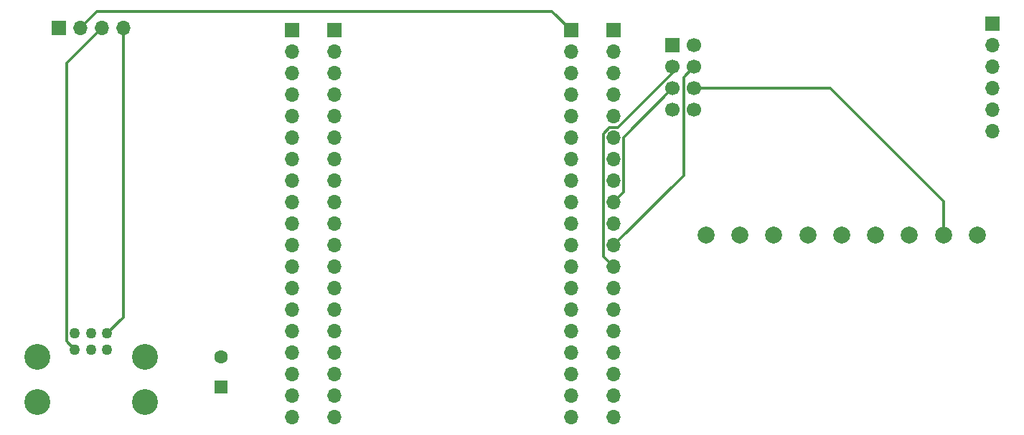
<source format=gbr>
%TF.GenerationSoftware,KiCad,Pcbnew,8.0.2*%
%TF.CreationDate,2024-06-06T15:06:54+02:00*%
%TF.ProjectId,3v radio,33762072-6164-4696-9f2e-6b696361645f,rev?*%
%TF.SameCoordinates,Original*%
%TF.FileFunction,Copper,L2,Bot*%
%TF.FilePolarity,Positive*%
%FSLAX46Y46*%
G04 Gerber Fmt 4.6, Leading zero omitted, Abs format (unit mm)*
G04 Created by KiCad (PCBNEW 8.0.2) date 2024-06-06 15:06:54*
%MOMM*%
%LPD*%
G01*
G04 APERTURE LIST*
%TA.AperFunction,ComponentPad*%
%ADD10C,3.048000*%
%TD*%
%TA.AperFunction,ComponentPad*%
%ADD11C,1.270000*%
%TD*%
%TA.AperFunction,ComponentPad*%
%ADD12R,1.700000X1.700000*%
%TD*%
%TA.AperFunction,ComponentPad*%
%ADD13O,1.700000X1.700000*%
%TD*%
%TA.AperFunction,ComponentPad*%
%ADD14R,1.600000X1.600000*%
%TD*%
%TA.AperFunction,ComponentPad*%
%ADD15C,1.600000*%
%TD*%
%TA.AperFunction,ComponentPad*%
%ADD16C,1.700000*%
%TD*%
%TA.AperFunction,ComponentPad*%
%ADD17C,2.000000*%
%TD*%
%TA.AperFunction,Conductor*%
%ADD18C,0.300000*%
%TD*%
G04 APERTURE END LIST*
D10*
%TO.P,U2,*%
%TO.N,*%
X114728000Y-88901000D03*
X114728000Y-83567000D03*
X102028000Y-88901000D03*
X102028000Y-83567000D03*
D11*
%TO.P,U2,1,VCC_3.3V*%
%TO.N,Net-(ESP32-WROOM-32U1-3.3v)*%
X106473000Y-80773000D03*
%TO.P,U2,2,SCL*%
%TO.N,Net-(Oled_screen1-SCK)*%
X106473000Y-82678000D03*
%TO.P,U2,3,Detect_device*%
%TO.N,unconnected-(U2-Detect_device-Pad3)*%
X108378000Y-80773000D03*
%TO.P,U2,4,NC*%
%TO.N,unconnected-(U2-NC-Pad4)*%
X108378000Y-82678000D03*
%TO.P,U2,5,SDA*%
%TO.N,Net-(ESP32-WROOM-32U1-21)*%
X110283000Y-80773000D03*
%TO.P,U2,6,GND*%
%TO.N,Net-(NRF1-GND)*%
X110283000Y-82678000D03*
%TD*%
D12*
%TO.P,Oled_screen1,1,VCC*%
%TO.N,Net-(ESP32-WROOM-32U1-3.3v)*%
X104578000Y-44626000D03*
D13*
%TO.P,Oled_screen1,2,GND*%
%TO.N,Net-(NRF1-GND)*%
X107118000Y-44626000D03*
%TO.P,Oled_screen1,3,SCK*%
%TO.N,Net-(Oled_screen1-SCK)*%
X109658000Y-44626000D03*
%TO.P,Oled_screen1,4,SDA*%
%TO.N,Net-(ESP32-WROOM-32U1-21)*%
X112198000Y-44626000D03*
%TD*%
D14*
%TO.P,C1,1*%
%TO.N,Net-(ESP32-WROOM-32U1-3.3v)*%
X123698000Y-87066000D03*
D15*
%TO.P,C1,2*%
%TO.N,Net-(NRF1-GND)*%
X123698000Y-83566000D03*
%TD*%
D12*
%TO.P,ESP32-WROOM-32U1,1,3.3v*%
%TO.N,Net-(ESP32-WROOM-32U1-3.3v)*%
X132080000Y-44958000D03*
X137080000Y-44958000D03*
D13*
%TO.P,ESP32-WROOM-32U1,2,EN*%
%TO.N,unconnected-(ESP32-WROOM-32U1-EN-Pad2)*%
X132080000Y-47498000D03*
X137080000Y-47498000D03*
%TO.P,ESP32-WROOM-32U1,3,VP*%
%TO.N,unconnected-(ESP32-WROOM-32U1-VP-Pad3)*%
X132080000Y-50038000D03*
X137080000Y-50038000D03*
%TO.P,ESP32-WROOM-32U1,4,VN*%
%TO.N,unconnected-(ESP32-WROOM-32U1-VN-Pad4)*%
X132080000Y-52578000D03*
X137080000Y-52578000D03*
%TO.P,ESP32-WROOM-32U1,5,34*%
%TO.N,unconnected-(ESP32-WROOM-32U1-34-Pad5)*%
X132080000Y-55118000D03*
X137080000Y-55118000D03*
%TO.P,ESP32-WROOM-32U1,6,35*%
%TO.N,unconnected-(ESP32-WROOM-32U1-35-Pad6)*%
X132080000Y-57658000D03*
X137080000Y-57658000D03*
%TO.P,ESP32-WROOM-32U1,7,32*%
%TO.N,unconnected-(ESP32-WROOM-32U1-32-Pad7)*%
X132080000Y-60198000D03*
X137080000Y-60198000D03*
%TO.P,ESP32-WROOM-32U1,8,33*%
%TO.N,unconnected-(ESP32-WROOM-32U1-33-Pad8)*%
X132080000Y-62738000D03*
X137080000Y-62738000D03*
%TO.P,ESP32-WROOM-32U1,9,25*%
%TO.N,unconnected-(ESP32-WROOM-32U1-25-Pad9)*%
X132080000Y-65278000D03*
X137080000Y-65278000D03*
%TO.P,ESP32-WROOM-32U1,10,26*%
%TO.N,unconnected-(ESP32-WROOM-32U1-26-Pad10)*%
X132080000Y-67818000D03*
X137080000Y-67818000D03*
%TO.P,ESP32-WROOM-32U1,11,27*%
%TO.N,unconnected-(ESP32-WROOM-32U1-27-Pad11)*%
X132080000Y-70358000D03*
X137080000Y-70358000D03*
%TO.P,ESP32-WROOM-32U1,12,14*%
%TO.N,unconnected-(ESP32-WROOM-32U1-14-Pad12)*%
X132080000Y-72898000D03*
X137080000Y-72898000D03*
%TO.P,ESP32-WROOM-32U1,13,12*%
%TO.N,unconnected-(ESP32-WROOM-32U1-12-Pad13)*%
X132080000Y-75438000D03*
X137080000Y-75438000D03*
%TO.P,ESP32-WROOM-32U1,14,GND*%
%TO.N,unconnected-(ESP32-WROOM-32U1-GND-Pad14)*%
X132080000Y-77978000D03*
X137080000Y-77978000D03*
%TO.P,ESP32-WROOM-32U1,15,13*%
%TO.N,unconnected-(ESP32-WROOM-32U1-13-Pad15)*%
X132080000Y-80518000D03*
X137080000Y-80518000D03*
%TO.P,ESP32-WROOM-32U1,16,D2*%
%TO.N,unconnected-(ESP32-WROOM-32U1-D2-Pad16)*%
X132080000Y-83058000D03*
X137080000Y-83058000D03*
%TO.P,ESP32-WROOM-32U1,17,D3*%
%TO.N,unconnected-(ESP32-WROOM-32U1-D3-Pad17)*%
X132080000Y-85598000D03*
X137080000Y-85598000D03*
%TO.P,ESP32-WROOM-32U1,18,CMD*%
%TO.N,unconnected-(ESP32-WROOM-32U1-CMD-Pad18)*%
X132080000Y-88138000D03*
X137080000Y-88138000D03*
%TO.P,ESP32-WROOM-32U1,19,5V*%
%TO.N,unconnected-(ESP32-WROOM-32U1-5V-Pad19)*%
X132080000Y-90678000D03*
X137080000Y-90678000D03*
D12*
%TO.P,ESP32-WROOM-32U1,20,GND*%
%TO.N,Net-(NRF1-GND)*%
X165020000Y-44958000D03*
X170020000Y-44958000D03*
D13*
%TO.P,ESP32-WROOM-32U1,21,23*%
%TO.N,Net-(ESP32-WROOM-32U1-23)*%
X165020000Y-47498000D03*
X170020000Y-47498000D03*
%TO.P,ESP32-WROOM-32U1,22,22*%
%TO.N,Net-(Oled_screen1-SCK)*%
X165020000Y-50038000D03*
X170020000Y-50038000D03*
%TO.P,ESP32-WROOM-32U1,23,TX*%
%TO.N,unconnected-(ESP32-WROOM-32U1-TX-Pad23)*%
X165020000Y-52578000D03*
X170020000Y-52578000D03*
%TO.P,ESP32-WROOM-32U1,24,RX*%
%TO.N,unconnected-(ESP32-WROOM-32U1-RX-Pad24)*%
X165020000Y-55118000D03*
X170020000Y-55118000D03*
%TO.P,ESP32-WROOM-32U1,25,21*%
%TO.N,Net-(ESP32-WROOM-32U1-21)*%
X165020000Y-57658000D03*
X170020000Y-57658000D03*
%TO.P,ESP32-WROOM-32U1,26,GND*%
%TO.N,unconnected-(ESP32-WROOM-32U1-GND-Pad26)*%
X165020000Y-60198000D03*
X170020000Y-60198000D03*
%TO.P,ESP32-WROOM-32U1,27,19*%
%TO.N,Net-(ESP32-WROOM-32U1-19)*%
X165020000Y-62738000D03*
X170020000Y-62738000D03*
%TO.P,ESP32-WROOM-32U1,28,18*%
%TO.N,Net-(ESP32-WROOM-32U1-18)*%
X165020000Y-65278000D03*
X170020000Y-65278000D03*
%TO.P,ESP32-WROOM-32U1,29,5*%
%TO.N,Net-(ESP32-WROOM-32U1-5)*%
X165020000Y-67818000D03*
X170020000Y-67818000D03*
%TO.P,ESP32-WROOM-32U1,30,17*%
%TO.N,Net-(ESP32-WROOM-32U1-17)*%
X165020000Y-70358000D03*
X170020000Y-70358000D03*
%TO.P,ESP32-WROOM-32U1,31,16*%
%TO.N,Net-(ESP32-WROOM-32U1-16)*%
X165020000Y-72898000D03*
X170020000Y-72898000D03*
%TO.P,ESP32-WROOM-32U1,32,4*%
%TO.N,unconnected-(ESP32-WROOM-32U1-4-Pad32)*%
X165020000Y-75438000D03*
X170020000Y-75438000D03*
%TO.P,ESP32-WROOM-32U1,33,0*%
%TO.N,unconnected-(ESP32-WROOM-32U1-0-Pad33)*%
X165020000Y-77978000D03*
X170020000Y-77978000D03*
%TO.P,ESP32-WROOM-32U1,34,2*%
%TO.N,unconnected-(ESP32-WROOM-32U1-2-Pad34)*%
X165020000Y-80518000D03*
X170020000Y-80518000D03*
%TO.P,ESP32-WROOM-32U1,35,15*%
%TO.N,unconnected-(ESP32-WROOM-32U1-15-Pad35)*%
X165020000Y-83058000D03*
X170020000Y-83058000D03*
%TO.P,ESP32-WROOM-32U1,36,D1*%
%TO.N,unconnected-(ESP32-WROOM-32U1-D1-Pad36)*%
X165020000Y-85598000D03*
X170020000Y-85598000D03*
%TO.P,ESP32-WROOM-32U1,37,D0*%
%TO.N,unconnected-(ESP32-WROOM-32U1-D0-Pad37)*%
X165020000Y-88138000D03*
X170020000Y-88138000D03*
%TO.P,ESP32-WROOM-32U1,38,CLK*%
%TO.N,unconnected-(ESP32-WROOM-32U1-CLK-Pad38)*%
X165020000Y-90678000D03*
X170020000Y-90678000D03*
%TD*%
D12*
%TO.P,NRF1,*%
%TO.N,*%
X214724000Y-44196000D03*
D13*
X214724000Y-46736000D03*
X214724000Y-49276000D03*
X214724000Y-51816000D03*
X214724000Y-54356000D03*
X214724000Y-56896000D03*
D12*
%TO.P,NRF1,1,GND*%
%TO.N,Net-(NRF1-GND)*%
X176986000Y-46736000D03*
D16*
%TO.P,NRF1,2,VCC*%
%TO.N,Net-(ESP32-WROOM-32U1-3.3v)*%
X179526000Y-46736000D03*
%TO.P,NRF1,3,CE*%
%TO.N,Net-(ESP32-WROOM-32U1-16)*%
X176986000Y-49276000D03*
%TO.P,NRF1,4,~{CSN}*%
%TO.N,Net-(ESP32-WROOM-32U1-17)*%
X179526000Y-49276000D03*
%TO.P,NRF1,5,SCK*%
%TO.N,Net-(ESP32-WROOM-32U1-18)*%
X176986000Y-51816000D03*
%TO.P,NRF1,6,MOSI*%
%TO.N,Net-(ESP32-WROOM-32U1-23)*%
X179526000Y-51816000D03*
%TO.P,NRF1,7,MISO*%
%TO.N,Net-(ESP32-WROOM-32U1-19)*%
X176986000Y-54356000D03*
%TO.P,NRF1,8,IRQ*%
%TO.N,unconnected-(NRF1-IRQ-Pad8)*%
X179526000Y-54356000D03*
%TD*%
D17*
%TO.P,U3,1,DATA*%
%TO.N,Net-(ESP32-WROOM-32U1-19)*%
X212923625Y-69090500D03*
%TO.P,U3,2,CMD*%
%TO.N,Net-(ESP32-WROOM-32U1-23)*%
X208923625Y-69090500D03*
%TO.P,U3,3,MOTOR*%
%TO.N,unconnected-(U3-MOTOR-Pad3)*%
X204923625Y-69090500D03*
%TO.P,U3,4,GND*%
%TO.N,Net-(NRF1-GND)*%
X200923625Y-69090500D03*
%TO.P,U3,5,3.3V*%
%TO.N,Net-(ESP32-WROOM-32U1-3.3v)*%
X196923625Y-69090500D03*
%TO.P,U3,6,ATTN*%
%TO.N,Net-(ESP32-WROOM-32U1-5)*%
X192923625Y-69090500D03*
%TO.P,U3,7,CLK*%
%TO.N,Net-(ESP32-WROOM-32U1-18)*%
X188923625Y-69090500D03*
%TO.P,U3,8,NC*%
%TO.N,unconnected-(U3-NC-Pad8)*%
X184923625Y-69090500D03*
%TO.P,U3,9,ACK*%
%TO.N,unconnected-(U3-ACK-Pad9)*%
X180923625Y-69090500D03*
%TD*%
D18*
%TO.N,Net-(NRF1-GND)*%
X109064000Y-42680000D02*
X162742000Y-42680000D01*
X162742000Y-42680000D02*
X165020000Y-44958000D01*
X107118000Y-44626000D02*
X109064000Y-42680000D01*
%TO.N,Net-(ESP32-WROOM-32U1-17)*%
X170020000Y-70358000D02*
X178308000Y-62070000D01*
X178308000Y-62070000D02*
X178308000Y-50494000D01*
X178308000Y-50494000D02*
X179526000Y-49276000D01*
%TO.N,Net-(Oled_screen1-SCK)*%
X105488000Y-48796000D02*
X109658000Y-44626000D01*
X106473000Y-82678000D02*
X105488000Y-81693000D01*
X105488000Y-81693000D02*
X105488000Y-48796000D01*
%TO.N,Net-(ESP32-WROOM-32U1-21)*%
X112198000Y-44626000D02*
X112198000Y-78858000D01*
X112198000Y-78858000D02*
X110283000Y-80773000D01*
%TO.N,Net-(ESP32-WROOM-32U1-23)*%
X195580000Y-51816000D02*
X179526000Y-51816000D01*
X208923625Y-65159625D02*
X195580000Y-51816000D01*
X208923625Y-69090500D02*
X208923625Y-65159625D01*
%TO.N,Net-(ESP32-WROOM-32U1-16)*%
X176986000Y-49989057D02*
X170517057Y-56458000D01*
X176986000Y-49276000D02*
X176986000Y-49989057D01*
X168820000Y-57160943D02*
X168820000Y-71698000D01*
X170517057Y-56458000D02*
X169522943Y-56458000D01*
X168820000Y-71698000D02*
X170020000Y-72898000D01*
X169522943Y-56458000D02*
X168820000Y-57160943D01*
%TO.N,Net-(ESP32-WROOM-32U1-18)*%
X176986000Y-51816000D02*
X171220000Y-57582000D01*
X171220000Y-64078000D02*
X170020000Y-65278000D01*
X171220000Y-57582000D02*
X171220000Y-64078000D01*
%TD*%
M02*

</source>
